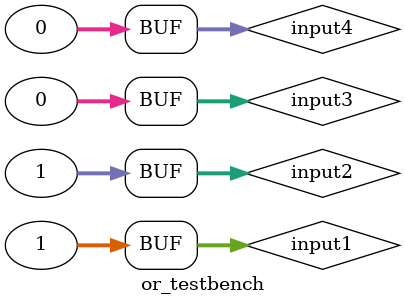
<source format=v>
`timescale 1ns/1ns

module or_testbench;
	reg[31:0] input1;
	reg[31:0] input2;
    reg[31:0] input3;
	reg[31:0] input4;
	wire[31:0] data_out;

	or_gate or_inst(
		.input1(input1),
		.input2(input2),
        .input3(input3),
        .input4(input4),
		.out(data_out)
	);

	initial begin
	#1 	input1 = 32'b0;
 		input2 = 32'b0;
        input3 = 32'b0;
        input4 = 32'b0;

	#1 	input1 = 32'b0;
 		input2 = 32'b1;
        input3 = 32'b0;
        input4 = 32'b0;

    #1 	input1 = 32'b1;
 		input2 = 32'b0;
        input3 = 32'b0;
        input4 = 32'b0;
    
    #1 	input1 = 32'b1;
 		input2 = 32'b1;
        input3 = 32'b0;
        input4 = 32'b0;
	end

	initial begin
		$dumpfile ("or.vcd");
		$dumpvars;
	end
endmodule
</source>
